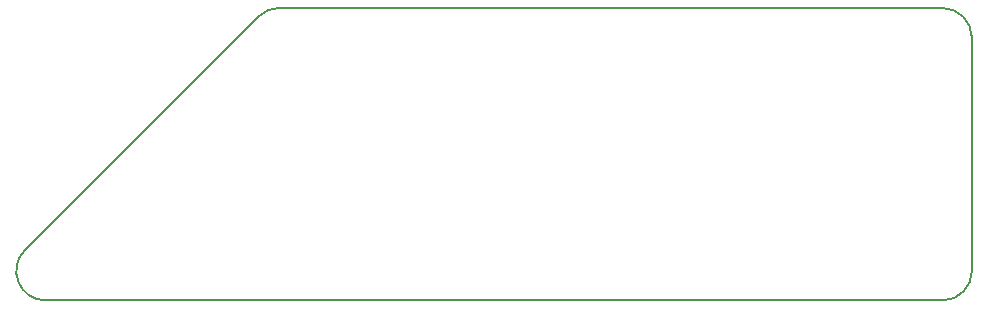
<source format=gm1>
%TF.GenerationSoftware,KiCad,Pcbnew,5.1.2*%
%TF.CreationDate,2019-08-01T18:24:27+02:00*%
%TF.ProjectId,cover,636f7665-722e-46b6-9963-61645f706362,rev?*%
%TF.SameCoordinates,Original*%
%TF.FileFunction,Profile,NP*%
%FSLAX46Y46*%
G04 Gerber Fmt 4.6, Leading zero omitted, Abs format (unit mm)*
G04 Created by KiCad (PCBNEW 5.1.2) date 2019-08-01 18:24:27*
%MOMM*%
%LPD*%
G04 APERTURE LIST*
%ADD10C,0.200000*%
G04 APERTURE END LIST*
D10*
X188109999Y-92895001D02*
X188109999Y-112660000D01*
X107932233Y-110892234D02*
X127697233Y-91127234D01*
X188109999Y-112660000D02*
G75*
G02X185609999Y-115160000I-2500000J0D01*
G01*
X185609999Y-90395001D02*
G75*
G02X188109999Y-92895001I0J-2500000D01*
G01*
X109700001Y-115159999D02*
G75*
G02X107932233Y-110892234I-1J2499999D01*
G01*
X129465000Y-90395000D02*
X185609999Y-90395001D01*
X127697233Y-91127233D02*
G75*
G02X129465000Y-90395000I1767767J-1767767D01*
G01*
X185609999Y-115160000D02*
X109700000Y-115160000D01*
M02*

</source>
